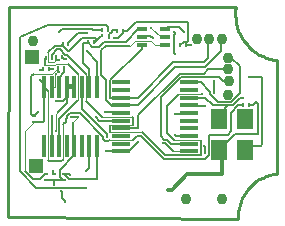
<source format=gbr>
G04 EAGLE Gerber RS-274X export*
G75*
%MOMM*%
%FSLAX34Y34*%
%LPD*%
%INBottom Copper*%
%IPPOS*%
%AMOC8*
5,1,8,0,0,1.08239X$1,22.5*%
G01*
%ADD10R,0.410000X1.968500*%
%ADD11R,0.969200X0.397100*%
%ADD12R,0.280000X0.430000*%
%ADD13R,0.430000X0.280000*%
%ADD14R,0.350000X0.250000*%
%ADD15R,0.250000X0.350000*%
%ADD16R,1.558800X0.406800*%
%ADD17R,1.461800X1.811800*%
%ADD18R,1.153600X1.153600*%
%ADD19C,0.934400*%
%ADD20C,0.152400*%
%ADD21C,0.295000*%
%ADD22C,0.095000*%
%ADD23C,0.200000*%
%ADD24C,0.300000*%
%ADD25C,0.400000*%
%ADD26C,0.108125*%
%ADD27C,0.180000*%
%ADD28C,0.182400*%
%ADD29C,0.098000*%
%ADD30C,0.254000*%


D10*
X54600Y56466D03*
X48200Y56466D03*
X41800Y56466D03*
X35400Y56466D03*
X29000Y56466D03*
X22600Y56466D03*
X16200Y56466D03*
X9800Y56466D03*
X9800Y105934D03*
X16200Y105934D03*
X22600Y105934D03*
X29000Y105934D03*
X35400Y105934D03*
X41800Y105934D03*
X48200Y105934D03*
X54600Y105934D03*
D11*
X111813Y155000D03*
X111813Y148500D03*
X111813Y142000D03*
X92387Y142000D03*
X92387Y148500D03*
X92387Y155000D03*
D12*
X16250Y130800D03*
X11150Y130800D03*
X58850Y154700D03*
X63950Y154700D03*
X71550Y153800D03*
X76650Y153800D03*
X21950Y122600D03*
X27050Y122600D03*
D13*
X900Y76250D03*
X900Y81350D03*
X18100Y32250D03*
X18100Y27150D03*
D14*
X26500Y27300D03*
X26500Y32300D03*
D15*
X30400Y142700D03*
X25400Y142700D03*
X47400Y144400D03*
X52400Y144400D03*
X19900Y131900D03*
X24900Y131900D03*
X178200Y91100D03*
X183200Y91100D03*
X129600Y141700D03*
X124600Y141700D03*
D16*
X132783Y110250D03*
X132783Y103750D03*
X132783Y97250D03*
X132783Y90750D03*
X132783Y84250D03*
X132783Y77750D03*
X132783Y71250D03*
X132783Y64750D03*
X132783Y58250D03*
X132783Y51750D03*
X75217Y51750D03*
X75217Y58250D03*
X75217Y64750D03*
X75217Y71250D03*
X75217Y77750D03*
X75217Y84250D03*
X75217Y90750D03*
X75217Y97250D03*
X75217Y103750D03*
X75217Y110250D03*
D14*
X11500Y32400D03*
X11500Y27400D03*
D15*
X9100Y121200D03*
X14100Y121200D03*
D17*
X180250Y53000D03*
X157750Y53000D03*
X157750Y79000D03*
X180250Y79000D03*
D18*
X-800Y131700D03*
X3200Y39600D03*
D19*
X165700Y131000D03*
X165300Y99500D03*
X166000Y111100D03*
X139300Y147100D03*
X130100Y11100D03*
X165800Y121100D03*
X149600Y147100D03*
X160100Y147200D03*
X160300Y11600D03*
X200Y145300D03*
D20*
X26500Y32300D02*
X30800Y28000D01*
X55000Y28000D01*
X55000Y56066D01*
X54600Y56466D01*
X31500Y32300D02*
X26500Y32300D01*
X31500Y32300D02*
X31800Y32000D01*
D21*
X31800Y32000D03*
X17700Y35300D03*
D20*
X17700Y32650D02*
X18100Y32250D01*
X17700Y32650D02*
X17700Y35300D01*
X63300Y51800D02*
X75267Y51800D01*
X63500Y52000D02*
X62000Y52000D01*
X63300Y51800D02*
X63500Y52000D01*
D21*
X62000Y52000D03*
D20*
X75267Y51800D02*
X75300Y51800D01*
X75267Y51800D02*
X75217Y51750D01*
X153550Y111250D02*
X153950Y110850D01*
X153950Y101450D01*
X153550Y101450D01*
D21*
X153550Y111250D03*
X153550Y101450D03*
D20*
X89400Y59600D02*
X81000Y51200D01*
X81000Y50900D01*
D21*
X89400Y59600D03*
D20*
X81000Y50900D02*
X76200Y50900D01*
X75300Y51800D01*
X54600Y105934D02*
X54600Y115066D01*
X54535Y115131D01*
X54535Y127665D01*
X45865Y136335D02*
X45865Y136535D01*
X45865Y136335D02*
X54535Y127665D01*
D21*
X45865Y136535D03*
X45865Y151735D03*
D20*
X45700Y151900D01*
X38900Y151900D01*
X30400Y143400D01*
X30400Y142700D01*
X71550Y153800D02*
X71550Y154200D01*
X70934Y154816D01*
X67700Y154816D01*
X67015Y154131D01*
X65000Y150943D02*
X65000Y148200D01*
X67015Y152957D02*
X67015Y154131D01*
X67015Y152957D02*
X65000Y150943D01*
X65000Y148200D02*
X64465Y147665D01*
D21*
X64465Y147665D03*
D22*
X100426Y156216D02*
X100616Y156216D01*
X100426Y156216D02*
X100071Y156571D01*
X100645Y156571D01*
X107716Y149500D01*
D21*
X100616Y156216D03*
D20*
X110813Y149500D02*
X111813Y148500D01*
D22*
X110813Y149500D02*
X107716Y149500D01*
X19814Y117200D02*
X19614Y117200D01*
X19014Y116600D01*
X19014Y105934D01*
X16200Y105934D01*
D21*
X19814Y117200D03*
D20*
X51450Y154700D02*
X58850Y154700D01*
X51450Y154700D02*
X51450Y154650D01*
D21*
X51450Y154650D03*
X22166Y152816D03*
D23*
X24700Y155350D02*
X50750Y155350D01*
X24700Y155350D02*
X22166Y152816D01*
D20*
X50750Y155350D02*
X51450Y154650D01*
X63950Y154700D02*
X63950Y157300D01*
X62550Y158700D01*
X13028Y158700D01*
X-10800Y148830D01*
X-10800Y34900D01*
X3100Y21000D02*
X45000Y21000D01*
X3100Y21000D02*
X-10800Y34900D01*
D21*
X45000Y21000D03*
X45000Y34800D03*
D20*
X47800Y37600D02*
X47800Y56066D01*
X48200Y56466D01*
X47800Y37600D02*
X45000Y34800D01*
X16250Y133500D02*
X20950Y138200D01*
X16250Y133500D02*
X16250Y130800D01*
D21*
X20950Y138200D03*
D20*
X65955Y74473D02*
X65734Y74252D01*
X65734Y67935D01*
D22*
X65955Y74473D02*
X84700Y74473D01*
X119975Y61573D02*
X142566Y61573D01*
D20*
X119975Y61573D02*
X113900Y67648D01*
X142566Y61573D02*
X142566Y48361D01*
X22950Y138200D02*
X20950Y138200D01*
X22950Y138200D02*
X27711Y133439D01*
X28845Y133439D01*
X45035Y117248D01*
D22*
X45035Y94549D01*
D20*
X112493Y48361D02*
X142566Y48361D01*
X84700Y80952D02*
X84525Y81127D01*
X84700Y80952D02*
X84700Y74473D01*
X113900Y67648D02*
X113900Y90352D01*
X124048Y100500D01*
D22*
X92918Y67935D02*
X65734Y67935D01*
D20*
X92918Y67935D02*
X112493Y48361D01*
X58457Y81127D02*
X45035Y94549D01*
D22*
X58457Y81127D02*
X84525Y81127D01*
X124048Y100500D02*
X143600Y100500D01*
D21*
X143600Y100500D03*
D20*
X11150Y130800D02*
X10450Y130100D01*
X10450Y124535D01*
X29793Y125765D02*
X38639Y116918D01*
D22*
X38639Y95423D01*
X29793Y125765D02*
X20107Y125765D01*
X18878Y124535D02*
X10450Y124535D01*
X18878Y124535D02*
X20107Y125765D01*
D20*
X22600Y79384D02*
X22600Y56466D01*
X22600Y79384D02*
X38639Y95423D01*
X22600Y105934D02*
X22461Y106073D01*
X22461Y113945D01*
X27050Y118534D02*
X27050Y122600D01*
X27050Y118534D02*
X22461Y113945D01*
D22*
X21950Y122600D02*
X21857Y122600D01*
X16857Y117600D01*
D20*
X916Y117600D02*
X-1316Y115368D01*
X-1316Y83566D02*
X900Y81350D01*
D22*
X916Y117600D02*
X16857Y117600D01*
D20*
X-1316Y115368D02*
X-1316Y83566D01*
X900Y81350D02*
X4950Y85400D01*
D21*
X4950Y85400D03*
X16835Y81600D03*
D20*
X16535Y56801D02*
X16200Y56466D01*
X16535Y81300D02*
X16835Y81600D01*
X16535Y81300D02*
X16535Y56801D01*
X26600Y130200D02*
X24900Y131900D01*
X26600Y130200D02*
X28000Y130200D01*
D21*
X28000Y130200D03*
D20*
X22800Y118700D02*
X21700Y118700D01*
D21*
X22800Y118700D03*
D20*
X21700Y122350D02*
X21950Y122600D01*
X21700Y122350D02*
X21700Y118700D01*
X46950Y143950D02*
X47400Y144400D01*
X46950Y143950D02*
X46900Y143900D01*
X42700Y143900D01*
X42700Y126800D01*
X48200Y121300D02*
X48200Y105934D01*
X48200Y121300D02*
X42700Y126800D01*
X89387Y155000D02*
X92387Y155000D01*
X89387Y155000D02*
X79087Y144700D01*
X60700Y144700D01*
X56300Y140300D01*
X50600Y140300D01*
X46950Y143950D01*
X76650Y153800D02*
X80100Y153800D01*
X87200Y160900D02*
X131800Y160900D01*
X131800Y145500D01*
X131065Y144765D01*
X128331Y144765D01*
X125266Y141700D02*
X124600Y141700D01*
X125266Y141700D02*
X128331Y144765D01*
X87200Y160900D02*
X80100Y153800D01*
X76650Y153800D02*
X76650Y152250D01*
X72200Y147800D01*
X69400Y147800D01*
D21*
X69400Y147800D03*
D20*
X129600Y141700D02*
X133900Y141700D01*
D21*
X133900Y141700D03*
D20*
X101600Y147600D02*
X99600Y149600D01*
D21*
X101600Y147600D03*
D20*
X99600Y149600D02*
X93487Y149600D01*
X92387Y148500D01*
X186800Y91100D02*
X189300Y93600D01*
X186800Y91100D02*
X183200Y91100D01*
D21*
X189300Y93600D03*
D20*
X157750Y53150D02*
X157750Y53000D01*
X171276Y66676D02*
X191000Y66676D01*
X191000Y91900D02*
X189300Y93600D01*
X171276Y66676D02*
X157750Y53150D01*
X191000Y66676D02*
X191000Y91900D01*
X157750Y53000D02*
X159378Y51372D01*
X160809Y45658D01*
D24*
X160479Y32200D01*
X130900Y32200D01*
X117900Y19200D01*
X114700Y19200D01*
D20*
X114600Y19300D01*
D21*
X114600Y19300D03*
D20*
X113613Y156800D02*
X123900Y156800D01*
X113613Y156800D02*
X111813Y155000D01*
X123900Y156800D02*
X127900Y152800D01*
D21*
X127900Y152800D03*
D20*
X120300Y152700D02*
X120200Y152800D01*
X120300Y152700D02*
X120300Y150900D01*
X119650Y150250D01*
X119900Y149600D02*
X119650Y149350D01*
D21*
X120200Y152800D03*
D20*
X119650Y150250D02*
X119650Y149350D01*
X119900Y135200D02*
X120650Y134450D01*
X119900Y135200D02*
X119900Y149600D01*
D21*
X120650Y134450D03*
D20*
X58931Y149929D02*
X58931Y150629D01*
X58931Y149929D02*
X58601Y149600D01*
X58200Y149600D01*
X53000Y144400D01*
X52400Y144400D01*
D21*
X58931Y150629D03*
D20*
X25400Y142700D02*
X25400Y140843D01*
X29782Y136461D01*
X30818Y136461D01*
X41922Y147565D02*
X53800Y147565D01*
X41922Y147565D02*
X30818Y136461D01*
X52400Y144400D02*
X53800Y145800D01*
X53800Y147565D01*
X23035Y36069D02*
X23035Y30231D01*
X23035Y36069D02*
X35400Y48434D01*
X35400Y56466D01*
X26500Y27300D02*
X25966Y27300D01*
X23035Y30231D01*
X26500Y27300D02*
X11600Y27300D01*
X11500Y27400D01*
X56650Y77750D02*
X75217Y77750D01*
X56650Y77750D02*
X53900Y80500D01*
D21*
X53900Y80500D03*
D22*
X38300Y80600D02*
X34400Y76700D01*
D21*
X38300Y80600D03*
D20*
X34400Y57466D02*
X35400Y56466D01*
X34400Y57466D02*
X34400Y76700D01*
D21*
X27200Y9300D03*
D20*
X24800Y17800D02*
X24400Y18200D01*
X24800Y17800D02*
X24800Y12000D01*
X27350Y9450D02*
X27200Y9300D01*
X27350Y9450D02*
X24800Y12000D01*
D21*
X24400Y18200D03*
X18300Y23700D03*
D20*
X18100Y27300D02*
X26500Y27300D01*
X18100Y27300D02*
X18100Y23900D01*
X18300Y23700D01*
X18300Y26950D01*
X18100Y27150D01*
X32600Y80600D02*
X38300Y80600D01*
D21*
X32600Y80600D03*
D22*
X19700Y83594D02*
X19700Y69500D01*
X19900Y69300D01*
X19700Y83594D02*
X21453Y85347D01*
D21*
X19900Y69300D03*
D20*
X21453Y85347D02*
X29000Y92894D01*
X29000Y105934D01*
X23965Y141265D02*
X25400Y142700D01*
X23965Y141265D02*
X18865Y141265D01*
X13300Y135700D01*
D22*
X13300Y127100D01*
X17900Y127100D01*
X19400Y128600D02*
X19400Y131400D01*
X19900Y131900D01*
X19400Y128600D02*
X17900Y127100D01*
D20*
X19600Y94400D02*
X25729Y94400D01*
X14100Y121200D02*
X14300Y121400D01*
X16700Y121400D02*
X17200Y121900D01*
X16700Y121400D02*
X14300Y121400D01*
D21*
X17200Y121900D03*
X19600Y94400D03*
D20*
X25729Y94400D02*
X28590Y97260D01*
X29100Y97771D01*
X29100Y107034D01*
D21*
X22300Y128800D03*
D20*
X19700Y129400D02*
X19700Y132100D01*
X20300Y128800D02*
X22300Y128800D01*
X20300Y128800D02*
X19700Y129400D01*
X19900Y131900D02*
X19700Y132100D01*
X34566Y107000D02*
X35400Y105934D01*
D25*
X34566Y107000D02*
X29100Y107034D01*
D26*
X28590Y97260D02*
X28841Y97009D01*
X29000Y105934D01*
D20*
X75217Y90750D02*
X75467Y91000D01*
X121000Y123000D02*
X146000Y123000D01*
X159832Y136832D01*
X89000Y91000D02*
X75467Y91000D01*
X89000Y91000D02*
X121000Y123000D01*
X62069Y111931D02*
X58000Y116000D01*
X62069Y94931D02*
X67000Y90000D01*
X74467Y90000D01*
X75217Y90750D01*
X58000Y116000D02*
X58000Y137300D01*
X61900Y141200D01*
X82700Y141200D01*
X62069Y111931D02*
X62069Y94931D01*
D22*
X82700Y141200D02*
X86700Y145200D01*
X100200Y145200D01*
X103900Y141500D01*
X111313Y141500D01*
D20*
X111813Y142000D01*
X159832Y146932D02*
X160100Y147200D01*
X159832Y146932D02*
X159832Y136832D01*
D27*
X88939Y97250D02*
X75217Y97250D01*
X88939Y97250D02*
X118737Y127048D01*
X145048Y127048D01*
X148700Y130700D01*
D20*
X66055Y96827D02*
X65734Y97148D01*
X92387Y138805D02*
X92387Y142000D01*
X92387Y138805D02*
X65734Y112152D01*
X75217Y97250D02*
X74794Y96827D01*
X66055Y96827D01*
X65734Y97148D02*
X65734Y112152D01*
X148700Y146200D02*
X149600Y147100D01*
D28*
X148700Y146200D02*
X148700Y130700D01*
D20*
X41800Y105934D02*
X41800Y87500D01*
X63100Y66200D01*
X63100Y63900D01*
D21*
X63100Y63900D03*
X110100Y58600D03*
D22*
X118735Y52465D02*
X133283Y52465D01*
D20*
X110200Y58700D02*
X110100Y58600D01*
X110200Y58700D02*
X112500Y58700D01*
X118735Y52465D01*
D22*
X132783Y51750D02*
X133283Y52250D01*
X133283Y52465D01*
D20*
X157750Y79000D02*
X157750Y82800D01*
X176050Y97300D02*
X177850Y97300D01*
X176050Y97300D02*
X169350Y90600D01*
X165550Y90600D02*
X157750Y82800D01*
D21*
X177850Y97300D03*
D20*
X169350Y90600D02*
X165550Y90600D01*
X152700Y90600D01*
X146100Y97200D02*
X138400Y97200D01*
X146100Y97200D02*
X152700Y90600D01*
D26*
X137648Y97009D02*
X133716Y97009D01*
X137648Y97009D02*
X138400Y97200D01*
X133716Y97009D02*
X132783Y97250D01*
D20*
X180250Y53000D02*
X183795Y56545D01*
X193075Y56545D01*
X194500Y57970D01*
X194500Y115100D01*
X183200Y115100D01*
D21*
X183200Y115100D03*
D20*
X178200Y91100D02*
X177800Y90700D01*
X11500Y32400D02*
X10200Y32400D01*
X6000Y28200D01*
X500Y28200D01*
X-6516Y35216D01*
D29*
X-6516Y68834D02*
X900Y76250D01*
X-6516Y68834D02*
X-6516Y35216D01*
D20*
X900Y76250D02*
X8850Y76250D01*
X9800Y77200D01*
X9800Y105934D01*
X8600Y120700D02*
X9100Y121200D01*
X8600Y120700D02*
X6100Y120700D01*
D21*
X6100Y120700D03*
X6200Y112000D03*
D20*
X9800Y108400D02*
X9800Y105934D01*
X9800Y108400D02*
X6200Y112000D01*
X13135Y44281D02*
X13982Y43435D01*
X24418Y43435D02*
X25665Y44681D01*
D22*
X25665Y74565D01*
D20*
X24418Y43435D02*
X13982Y43435D01*
X13135Y102599D02*
X9800Y105934D01*
D22*
X13135Y102599D02*
X13135Y44281D01*
D20*
X28100Y77000D02*
X28100Y78900D01*
X28100Y77000D02*
X25665Y74565D01*
D21*
X28100Y78900D03*
D20*
X61500Y85000D02*
X61700Y84800D01*
D21*
X61500Y85000D03*
D20*
X74667Y84800D02*
X75217Y84250D01*
X74667Y84800D02*
X61700Y84800D01*
X131783Y83250D02*
X132783Y84250D01*
X131783Y83250D02*
X120550Y83250D01*
D21*
X120550Y83250D03*
D20*
X149031Y48692D02*
X145635Y45296D01*
X64269Y60135D02*
X61731Y60135D01*
X59935Y61931D01*
X149031Y65952D02*
X149031Y48692D01*
X145635Y45296D02*
X111223Y45296D01*
X91555Y64965D01*
X88617Y64965D01*
X85379Y61727D01*
X65861Y61727D02*
X64269Y60135D01*
D22*
X65861Y61727D02*
X85379Y61727D01*
D20*
X59935Y61931D02*
X59935Y64280D01*
X31931Y84265D02*
X29535Y81869D01*
X29535Y80335D01*
X28100Y78900D01*
X39951Y84265D02*
X59935Y64280D01*
X39951Y84265D02*
X31931Y84265D01*
X149031Y65952D02*
X165327Y65952D01*
X168248Y68873D01*
X168248Y84623D01*
X174325Y90700D01*
X177800Y90700D01*
X168200Y131000D02*
X165700Y131000D01*
X168200Y131000D02*
X175500Y123700D01*
X175500Y101100D01*
X168100Y93700D01*
X150485Y100181D02*
X150485Y102115D01*
X150485Y100181D02*
X156966Y93700D01*
X142350Y110250D02*
X132783Y110250D01*
X156966Y93700D02*
X168100Y93700D01*
X150485Y102115D02*
X142350Y110250D01*
X161000Y111100D02*
X166000Y111100D01*
X161000Y111100D02*
X157600Y114500D01*
X125948Y114500D02*
X108900Y97452D01*
X108900Y64600D01*
X111735Y61765D01*
X113769Y61765D01*
X117284Y58250D02*
X132783Y58250D01*
X117284Y58250D02*
X113769Y61765D01*
X125948Y114500D02*
X157600Y114500D01*
X120500Y65654D02*
X121300Y64854D01*
D21*
X120500Y65654D03*
D20*
X132679Y64854D02*
X132783Y64750D01*
X132679Y64854D02*
X121300Y64854D01*
X133583Y89950D02*
X132783Y90750D01*
X133583Y89950D02*
X145850Y89950D01*
D21*
X145850Y89950D03*
D20*
X145600Y56400D02*
X145800Y56200D01*
X145800Y50300D01*
X145900Y50200D01*
D21*
X145600Y56400D03*
X145900Y50200D03*
D20*
X148434Y121100D02*
X165800Y121100D01*
X124678Y117565D02*
X89435Y82322D01*
X89435Y71250D01*
X144899Y117565D02*
X148434Y121100D01*
X144899Y117565D02*
X124678Y117565D01*
X89435Y71250D02*
X75217Y71250D01*
D30*
X-20500Y-4100D02*
X174301Y-5600D01*
X174199Y-2764D01*
X174347Y345D01*
X174765Y3429D01*
X175450Y6465D01*
X176397Y9429D01*
X177599Y12300D01*
X179047Y15055D01*
X180729Y17673D01*
X182633Y20135D01*
X184744Y22422D01*
X187047Y24515D01*
X189523Y26401D01*
X192154Y28063D01*
X194920Y29489D01*
X197800Y30669D01*
X200772Y31594D01*
X203813Y32256D01*
X206900Y32650D01*
X206900Y33850D01*
X206700Y129050D01*
X204200Y129350D01*
X201160Y129992D01*
X197898Y130972D01*
X194733Y132232D01*
X191689Y133764D01*
X188791Y135555D01*
X186060Y137591D01*
X183517Y139858D01*
X181181Y142338D01*
X179070Y145012D01*
X177201Y147860D01*
X175586Y150860D01*
X174239Y153989D01*
X173170Y157223D01*
X172387Y160539D01*
X171896Y163910D01*
X171701Y167311D01*
X171803Y170717D01*
X172201Y174100D01*
X-20100Y174100D01*
X-20500Y-4100D01*
M02*

</source>
